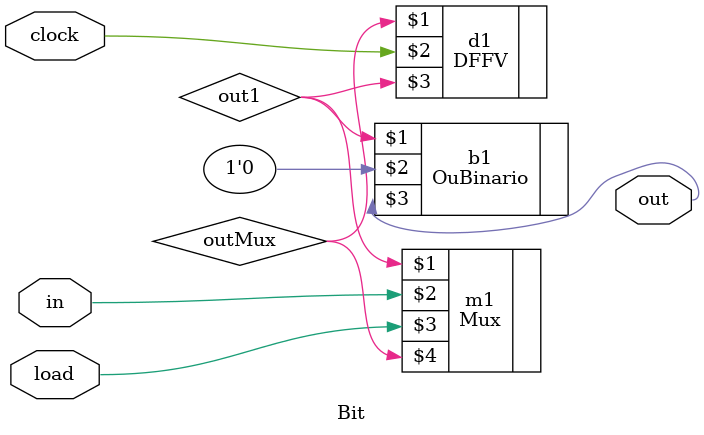
<source format=v>
module Bit(in,load,clock,out);
	input in,load,clock;
	output out;
	
	wire out;
	wire out1, outMux;
	
		Mux m1(out1,in,load,outMux);
		DFFV d1(outMux, clock,out1);
		OuBinario b1(out1,1'b 0,out);
	

	
endmodule 
</source>
